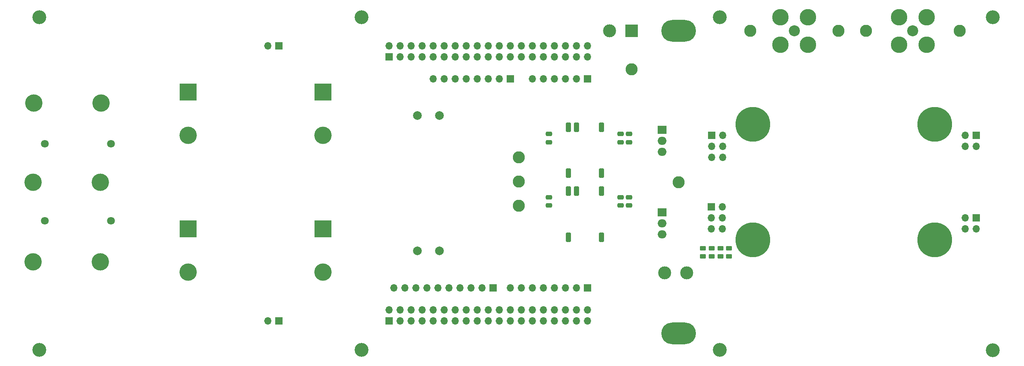
<source format=gbr>
%TF.GenerationSoftware,KiCad,Pcbnew,8.0.8*%
%TF.CreationDate,2025-05-22T14:29:21-05:00*%
%TF.ProjectId,ST2402,53543234-3032-42e6-9b69-6361645f7063,1*%
%TF.SameCoordinates,Original*%
%TF.FileFunction,Soldermask,Bot*%
%TF.FilePolarity,Negative*%
%FSLAX46Y46*%
G04 Gerber Fmt 4.6, Leading zero omitted, Abs format (unit mm)*
G04 Created by KiCad (PCBNEW 8.0.8) date 2025-05-22 14:29:21*
%MOMM*%
%LPD*%
G01*
G04 APERTURE LIST*
G04 Aperture macros list*
%AMRoundRect*
0 Rectangle with rounded corners*
0 $1 Rounding radius*
0 $2 $3 $4 $5 $6 $7 $8 $9 X,Y pos of 4 corners*
0 Add a 4 corners polygon primitive as box body*
4,1,4,$2,$3,$4,$5,$6,$7,$8,$9,$2,$3,0*
0 Add four circle primitives for the rounded corners*
1,1,$1+$1,$2,$3*
1,1,$1+$1,$4,$5*
1,1,$1+$1,$6,$7*
1,1,$1+$1,$8,$9*
0 Add four rect primitives between the rounded corners*
20,1,$1+$1,$2,$3,$4,$5,0*
20,1,$1+$1,$4,$5,$6,$7,0*
20,1,$1+$1,$6,$7,$8,$9,0*
20,1,$1+$1,$8,$9,$2,$3,0*%
G04 Aperture macros list end*
%ADD10O,8.000000X5.000000*%
%ADD11C,2.800000*%
%ADD12C,2.540000*%
%ADD13C,3.810000*%
%ADD14C,2.000000*%
%ADD15R,1.700000X1.700000*%
%ADD16O,1.700000X1.700000*%
%ADD17R,2.000000X1.905000*%
%ADD18O,2.000000X1.905000*%
%ADD19C,3.200000*%
%ADD20C,8.000000*%
%ADD21C,3.000000*%
%ADD22R,3.000000X3.000000*%
%ADD23C,1.800000*%
%ADD24R,4.000000X4.000000*%
%ADD25C,4.000000*%
%ADD26RoundRect,0.300000X-0.300000X-0.800000X0.300000X-0.800000X0.300000X0.800000X-0.300000X0.800000X0*%
%ADD27RoundRect,0.250000X0.475000X-0.250000X0.475000X0.250000X-0.475000X0.250000X-0.475000X-0.250000X0*%
%ADD28RoundRect,0.250000X0.450000X-0.262500X0.450000X0.262500X-0.450000X0.262500X-0.450000X-0.262500X0*%
G04 APERTURE END LIST*
D10*
%TO.C,TP2*%
X184150000Y-132080000D03*
%TD*%
%TO.C,TP1*%
X184150000Y-62230000D03*
%TD*%
D11*
%TO.C,TP12*%
X173355000Y-71120000D03*
%TD*%
%TO.C,TP11*%
X147320000Y-102616000D03*
%TD*%
%TO.C,TP6*%
X184150000Y-97155000D03*
%TD*%
%TO.C,TP15*%
X220980000Y-62230000D03*
%TD*%
%TO.C,TP14*%
X200660000Y-62230000D03*
%TD*%
%TO.C,TP13*%
X248920000Y-62230000D03*
%TD*%
%TO.C,TP10*%
X227330000Y-62230000D03*
%TD*%
%TO.C,TP5*%
X147320000Y-97028000D03*
%TD*%
%TO.C,TP4*%
X147320000Y-91440000D03*
%TD*%
D12*
%TO.C,J19*%
X210820000Y-62230000D03*
D13*
X207645000Y-59055000D03*
X207645000Y-65405000D03*
X213995000Y-59055000D03*
X213995000Y-65405000D03*
%TD*%
D12*
%TO.C,J13*%
X238125000Y-62230000D03*
D13*
X234950000Y-59055000D03*
X234950000Y-65405000D03*
X241300000Y-59055000D03*
X241300000Y-65405000D03*
%TD*%
D14*
%TO.C,F2*%
X129032000Y-113040000D03*
X123952000Y-113030000D03*
%TD*%
D15*
%TO.C,J11*%
X252750000Y-105430000D03*
D16*
X250210000Y-105430000D03*
X252750000Y-107970000D03*
X250210000Y-107970000D03*
%TD*%
D17*
%TO.C,Q1*%
X180340000Y-85090000D03*
D18*
X180340000Y-87630000D03*
X180340000Y-90170000D03*
%TD*%
D15*
%TO.C,J22*%
X191765000Y-102885000D03*
D16*
X194305000Y-102885000D03*
X191765000Y-105425000D03*
X194305000Y-105425000D03*
X191765000Y-107965000D03*
X194305000Y-107965000D03*
%TD*%
D15*
%TO.C,J2*%
X117475000Y-68275000D03*
D16*
X117475000Y-65735000D03*
X120015000Y-68275000D03*
X120015000Y-65735000D03*
X122555000Y-68275000D03*
X122555000Y-65735000D03*
X125095000Y-68275000D03*
X125095000Y-65735000D03*
X127635000Y-68275000D03*
X127635000Y-65735000D03*
X130175000Y-68275000D03*
X130175000Y-65735000D03*
X132715000Y-68275000D03*
X132715000Y-65735000D03*
X135255000Y-68275000D03*
X135255000Y-65735000D03*
X137795000Y-68275000D03*
X137795000Y-65735000D03*
X140335000Y-68275000D03*
X140335000Y-65735000D03*
X142875000Y-68275000D03*
X142875000Y-65735000D03*
X145415000Y-68275000D03*
X145415000Y-65735000D03*
X147955000Y-68275000D03*
X147955000Y-65735000D03*
X150495000Y-68275000D03*
X150495000Y-65735000D03*
X153035000Y-68275000D03*
X153035000Y-65735000D03*
X155575000Y-68275000D03*
X155575000Y-65735000D03*
X158115000Y-68275000D03*
X158115000Y-65735000D03*
X160655000Y-68275000D03*
X160655000Y-65735000D03*
X163195000Y-68275000D03*
X163195000Y-65735000D03*
%TD*%
D15*
%TO.C,J12*%
X252750000Y-86380000D03*
D16*
X250210000Y-86380000D03*
X252750000Y-88920000D03*
X250210000Y-88920000D03*
%TD*%
D19*
%TO.C,H6*%
X36830000Y-135890000D03*
%TD*%
D15*
%TO.C,J4*%
X145415000Y-73355000D03*
D16*
X142875000Y-73355000D03*
X140335000Y-73355000D03*
X137795000Y-73355000D03*
X135255000Y-73355000D03*
X132715000Y-73355000D03*
X130175000Y-73355000D03*
X127635000Y-73355000D03*
%TD*%
D19*
%TO.C,H7*%
X111125000Y-135890000D03*
%TD*%
D20*
%TO.C,TP18*%
X243205000Y-83820000D03*
%TD*%
D21*
%TO.C,J14*%
X180975000Y-118110000D03*
%TD*%
D22*
%TO.C,J9*%
X173355000Y-62230000D03*
D21*
X168275000Y-62230000D03*
%TD*%
D14*
%TO.C,F1*%
X129032000Y-81798000D03*
X123952000Y-81788000D03*
%TD*%
D23*
%TO.C,R9*%
X38100000Y-88265000D03*
X53340000Y-88265000D03*
%TD*%
D20*
%TO.C,TP17*%
X201295000Y-110490000D03*
%TD*%
D24*
%TO.C,C14*%
X102235000Y-107950000D03*
D25*
X102235000Y-117950000D03*
%TD*%
D15*
%TO.C,J1*%
X117475000Y-129185000D03*
D16*
X117475000Y-126645000D03*
X120015000Y-129185000D03*
X120015000Y-126645000D03*
X122555000Y-129185000D03*
X122555000Y-126645000D03*
X125095000Y-129185000D03*
X125095000Y-126645000D03*
X127635000Y-129185000D03*
X127635000Y-126645000D03*
X130175000Y-129185000D03*
X130175000Y-126645000D03*
X132715000Y-129185000D03*
X132715000Y-126645000D03*
X135255000Y-129185000D03*
X135255000Y-126645000D03*
X137795000Y-129185000D03*
X137795000Y-126645000D03*
X140335000Y-129185000D03*
X140335000Y-126645000D03*
X142875000Y-129185000D03*
X142875000Y-126645000D03*
X145415000Y-129185000D03*
X145415000Y-126645000D03*
X147955000Y-129185000D03*
X147955000Y-126645000D03*
X150495000Y-129185000D03*
X150495000Y-126645000D03*
X153035000Y-129185000D03*
X153035000Y-126645000D03*
X155575000Y-129185000D03*
X155575000Y-126645000D03*
X158115000Y-129185000D03*
X158115000Y-126645000D03*
X160655000Y-129185000D03*
X160655000Y-126645000D03*
X163195000Y-129185000D03*
X163195000Y-126645000D03*
%TD*%
D19*
%TO.C,H5*%
X36830000Y-59055000D03*
%TD*%
D24*
%TO.C,C10*%
X71120000Y-76360000D03*
D25*
X71120000Y-86360000D03*
%TD*%
D15*
%TO.C,J8*%
X92075000Y-65659000D03*
D16*
X89535000Y-65659000D03*
%TD*%
D15*
%TO.C,J6*%
X141395000Y-121585000D03*
D16*
X138855000Y-121585000D03*
X136315000Y-121585000D03*
X133775000Y-121585000D03*
X131235000Y-121585000D03*
X128695000Y-121585000D03*
X126155000Y-121585000D03*
X123615000Y-121585000D03*
X121075000Y-121585000D03*
X118535000Y-121585000D03*
%TD*%
D19*
%TO.C,H8*%
X111125000Y-59055000D03*
%TD*%
D21*
%TO.C,J18*%
X186055000Y-118110000D03*
%TD*%
D25*
%TO.C,J16*%
X50930000Y-97155000D03*
X35430000Y-97155000D03*
%TD*%
D19*
%TO.C,H4*%
X193675000Y-135890000D03*
%TD*%
%TO.C,H2*%
X256540000Y-136000000D03*
%TD*%
D17*
%TO.C,Q2*%
X180340000Y-104140000D03*
D18*
X180340000Y-106680000D03*
X180340000Y-109220000D03*
%TD*%
D15*
%TO.C,J5*%
X163195000Y-73355000D03*
D16*
X160655000Y-73355000D03*
X158115000Y-73355000D03*
X155575000Y-73355000D03*
X153035000Y-73355000D03*
X150495000Y-73355000D03*
%TD*%
D20*
%TO.C,TP16*%
X201295000Y-83820000D03*
%TD*%
D23*
%TO.C,R10*%
X53340000Y-106045000D03*
X38100000Y-106045000D03*
%TD*%
D25*
%TO.C,J17*%
X50930000Y-115570000D03*
X35430000Y-115570000D03*
%TD*%
%TO.C,J15*%
X51060000Y-78900000D03*
X35560000Y-78900000D03*
%TD*%
D19*
%TO.C,H3*%
X193675000Y-59055000D03*
%TD*%
D24*
%TO.C,C13*%
X71120000Y-107950000D03*
D25*
X71120000Y-117950000D03*
%TD*%
D15*
%TO.C,J7*%
X92075000Y-129185000D03*
D16*
X89535000Y-129185000D03*
%TD*%
D19*
%TO.C,H1*%
X256540000Y-59055000D03*
%TD*%
D15*
%TO.C,J3*%
X163195000Y-121585000D03*
D16*
X160655000Y-121585000D03*
X158115000Y-121585000D03*
X155575000Y-121585000D03*
X153035000Y-121585000D03*
X150495000Y-121585000D03*
X147955000Y-121585000D03*
X145415000Y-121585000D03*
%TD*%
D15*
%TO.C,J21*%
X191770000Y-86360000D03*
D16*
X194310000Y-86360000D03*
X191770000Y-88900000D03*
X194310000Y-88900000D03*
X191770000Y-91440000D03*
X194310000Y-91440000D03*
%TD*%
D20*
%TO.C,TP19*%
X243205000Y-110490000D03*
%TD*%
D24*
%TO.C,C11*%
X102235000Y-76360000D03*
D25*
X102235000Y-86360000D03*
%TD*%
D26*
%TO.C,U7*%
X158750000Y-99255000D03*
X160655000Y-99255000D03*
X166370000Y-99255000D03*
X166370000Y-109855000D03*
X158750000Y-109855000D03*
%TD*%
D27*
%TO.C,C6*%
X154305000Y-87945000D03*
X154305000Y-86045000D03*
%TD*%
%TO.C,C35*%
X170815000Y-102550000D03*
X170815000Y-100650000D03*
%TD*%
%TO.C,C34*%
X170815000Y-87945000D03*
X170815000Y-86045000D03*
%TD*%
D28*
%TO.C,R5*%
X189738000Y-114300000D03*
X189738000Y-112475000D03*
%TD*%
%TO.C,R6*%
X191770000Y-114300000D03*
X191770000Y-112475000D03*
%TD*%
%TO.C,R8*%
X195818000Y-114300000D03*
X195818000Y-112475000D03*
%TD*%
D27*
%TO.C,C4*%
X154305000Y-102550000D03*
X154305000Y-100650000D03*
%TD*%
%TO.C,C36*%
X172720000Y-87945000D03*
X172720000Y-86045000D03*
%TD*%
D26*
%TO.C,U1*%
X158750000Y-84455000D03*
X160655000Y-84455000D03*
X166370000Y-84455000D03*
X166370000Y-95055000D03*
X158750000Y-95055000D03*
%TD*%
D28*
%TO.C,R7*%
X193802000Y-114300000D03*
X193802000Y-112475000D03*
%TD*%
D27*
%TO.C,C37*%
X172720000Y-102550000D03*
X172720000Y-100650000D03*
%TD*%
M02*

</source>
